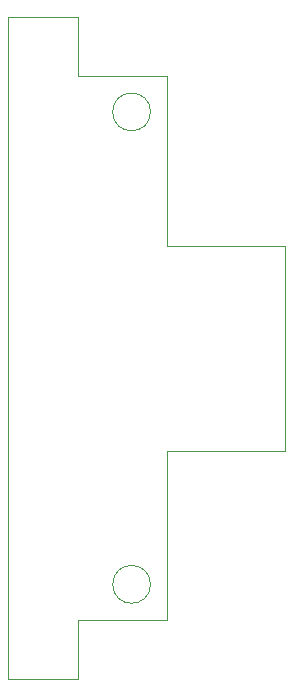
<source format=gm1>
G04 #@! TF.GenerationSoftware,KiCad,Pcbnew,(5.1.6-0-10_14)*
G04 #@! TF.CreationDate,2020-08-07T14:52:54+09:00*
G04 #@! TF.ProjectId,con_lid_2x8,636f6e5f-6c69-4645-9f32-78382e6b6963,rev?*
G04 #@! TF.SameCoordinates,Original*
G04 #@! TF.FileFunction,Profile,NP*
%FSLAX46Y46*%
G04 Gerber Fmt 4.6, Leading zero omitted, Abs format (unit mm)*
G04 Created by KiCad (PCBNEW (5.1.6-0-10_14)) date 2020-08-07 14:52:54*
%MOMM*%
%LPD*%
G01*
G04 APERTURE LIST*
G04 #@! TA.AperFunction,Profile*
%ADD10C,0.100000*%
G04 #@! TD*
G04 APERTURE END LIST*
D10*
X124500000Y-116000000D02*
X124500000Y-121000000D01*
X132000000Y-116000000D02*
X124500000Y-116000000D01*
X124500000Y-70000000D02*
X124500000Y-65000000D01*
X132000000Y-70000000D02*
X124500000Y-70000000D01*
X124500000Y-121000000D02*
X118500000Y-121000000D01*
X124500000Y-65000000D02*
X118500000Y-65000000D01*
X118500000Y-65000000D02*
X118500000Y-121000000D01*
X132000000Y-101675000D02*
X142000000Y-101675000D01*
X132000000Y-116000000D02*
X132000000Y-101675000D01*
X132000000Y-84325000D02*
X142000000Y-84325000D01*
X132000000Y-70000000D02*
X132000000Y-84325000D01*
X130600000Y-113000000D02*
G75*
G03*
X130600000Y-113000000I-1600000J0D01*
G01*
X130600000Y-73000000D02*
G75*
G03*
X130600000Y-73000000I-1600000J0D01*
G01*
X142000000Y-84325000D02*
X142000000Y-101675000D01*
M02*

</source>
